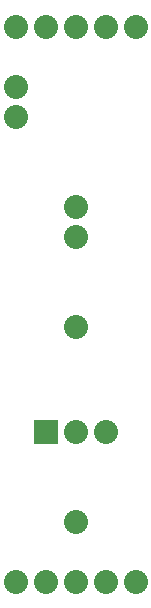
<source format=gbs>
G04 EAGLE Gerber RS-274X export*
G75*
%MOMM*%
%FSLAX34Y34*%
%LPD*%
%INSoldermask Bottom*%
%IPPOS*%
%AMOC8*
5,1,8,0,0,1.08239X$1,22.5*%
G01*
%ADD10C,2.032000*%
%ADD11R,2.032000X2.032000*%


D10*
X72390Y330200D03*
X72390Y63500D03*
X72390Y228600D03*
X72390Y304800D03*
X21590Y406400D03*
X21590Y431800D03*
X21590Y12700D03*
X46990Y12700D03*
X72390Y12700D03*
X97790Y12700D03*
X123190Y12700D03*
X21590Y482600D03*
X46990Y482600D03*
X72390Y482600D03*
X97790Y482600D03*
X123190Y482600D03*
D11*
X46990Y139550D03*
D10*
X72390Y139550D03*
X97790Y139550D03*
M02*

</source>
